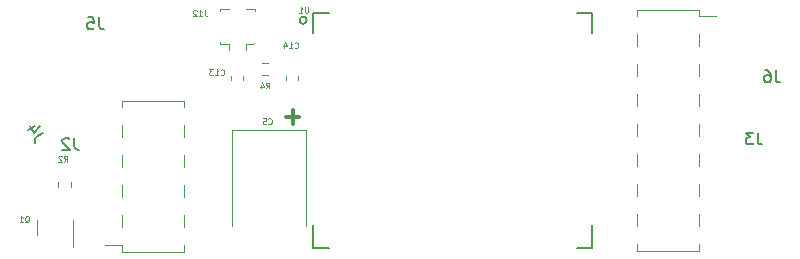
<source format=gbr>
%TF.GenerationSoftware,KiCad,Pcbnew,8.0.5*%
%TF.CreationDate,2025-03-27T16:47:35+00:00*%
%TF.ProjectId,BG95V4_4902-30029-07,42473935-5634-45f3-9439-30322d333030,rev?*%
%TF.SameCoordinates,Original*%
%TF.FileFunction,Legend,Bot*%
%TF.FilePolarity,Positive*%
%FSLAX46Y46*%
G04 Gerber Fmt 4.6, Leading zero omitted, Abs format (unit mm)*
G04 Created by KiCad (PCBNEW 8.0.5) date 2025-03-27 16:47:35*
%MOMM*%
%LPD*%
G01*
G04 APERTURE LIST*
%ADD10C,0.200000*%
%ADD11C,0.300000*%
%ADD12C,0.100000*%
%ADD13C,0.150000*%
%ADD14C,0.127000*%
%ADD15C,0.120000*%
G04 APERTURE END LIST*
D10*
X33253847Y20269200D02*
G75*
G02*
X32633753Y20269200I-310047J0D01*
G01*
X32633753Y20269200D02*
G75*
G02*
X33253847Y20269200I310047J0D01*
G01*
D11*
X31483371Y12059700D02*
X32626229Y12059700D01*
X32054800Y11488271D02*
X32054800Y12631128D01*
D12*
X33375552Y21406690D02*
X33375552Y21001928D01*
X33375552Y21001928D02*
X33351742Y20954309D01*
X33351742Y20954309D02*
X33327933Y20930500D01*
X33327933Y20930500D02*
X33280314Y20906690D01*
X33280314Y20906690D02*
X33185076Y20906690D01*
X33185076Y20906690D02*
X33137457Y20930500D01*
X33137457Y20930500D02*
X33113647Y20954309D01*
X33113647Y20954309D02*
X33089838Y21001928D01*
X33089838Y21001928D02*
X33089838Y21406690D01*
X32589837Y20906690D02*
X32875551Y20906690D01*
X32732694Y20906690D02*
X32732694Y21406690D01*
X32732694Y21406690D02*
X32780313Y21335261D01*
X32780313Y21335261D02*
X32827932Y21287642D01*
X32827932Y21287642D02*
X32875551Y21263833D01*
X29983333Y11521509D02*
X30007142Y11497700D01*
X30007142Y11497700D02*
X30078571Y11473890D01*
X30078571Y11473890D02*
X30126190Y11473890D01*
X30126190Y11473890D02*
X30197618Y11497700D01*
X30197618Y11497700D02*
X30245237Y11545319D01*
X30245237Y11545319D02*
X30269047Y11592938D01*
X30269047Y11592938D02*
X30292856Y11688176D01*
X30292856Y11688176D02*
X30292856Y11759604D01*
X30292856Y11759604D02*
X30269047Y11854842D01*
X30269047Y11854842D02*
X30245237Y11902461D01*
X30245237Y11902461D02*
X30197618Y11950080D01*
X30197618Y11950080D02*
X30126190Y11973890D01*
X30126190Y11973890D02*
X30078571Y11973890D01*
X30078571Y11973890D02*
X30007142Y11950080D01*
X30007142Y11950080D02*
X29983333Y11926271D01*
X29530952Y11973890D02*
X29769047Y11973890D01*
X29769047Y11973890D02*
X29792856Y11735795D01*
X29792856Y11735795D02*
X29769047Y11759604D01*
X29769047Y11759604D02*
X29721428Y11783414D01*
X29721428Y11783414D02*
X29602380Y11783414D01*
X29602380Y11783414D02*
X29554761Y11759604D01*
X29554761Y11759604D02*
X29530952Y11735795D01*
X29530952Y11735795D02*
X29507142Y11688176D01*
X29507142Y11688176D02*
X29507142Y11569128D01*
X29507142Y11569128D02*
X29530952Y11521509D01*
X29530952Y11521509D02*
X29554761Y11497700D01*
X29554761Y11497700D02*
X29602380Y11473890D01*
X29602380Y11473890D02*
X29721428Y11473890D01*
X29721428Y11473890D02*
X29769047Y11497700D01*
X29769047Y11497700D02*
X29792856Y11521509D01*
X24610961Y21127290D02*
X24610961Y20770147D01*
X24610961Y20770147D02*
X24634770Y20698719D01*
X24634770Y20698719D02*
X24682389Y20651100D01*
X24682389Y20651100D02*
X24753818Y20627290D01*
X24753818Y20627290D02*
X24801437Y20627290D01*
X24110961Y20627290D02*
X24396675Y20627290D01*
X24253818Y20627290D02*
X24253818Y21127290D01*
X24253818Y21127290D02*
X24301437Y21055861D01*
X24301437Y21055861D02*
X24349056Y21008242D01*
X24349056Y21008242D02*
X24396675Y20984433D01*
X23920485Y21079671D02*
X23896676Y21103480D01*
X23896676Y21103480D02*
X23849057Y21127290D01*
X23849057Y21127290D02*
X23730009Y21127290D01*
X23730009Y21127290D02*
X23682390Y21103480D01*
X23682390Y21103480D02*
X23658581Y21079671D01*
X23658581Y21079671D02*
X23634771Y21032052D01*
X23634771Y21032052D02*
X23634771Y20984433D01*
X23634771Y20984433D02*
X23658581Y20913004D01*
X23658581Y20913004D02*
X23944295Y20627290D01*
X23944295Y20627290D02*
X23634771Y20627290D01*
D13*
X71427933Y10755980D02*
X71427933Y10041695D01*
X71427933Y10041695D02*
X71475552Y9898838D01*
X71475552Y9898838D02*
X71570790Y9803600D01*
X71570790Y9803600D02*
X71713647Y9755980D01*
X71713647Y9755980D02*
X71808885Y9755980D01*
X71046980Y10755980D02*
X70427933Y10755980D01*
X70427933Y10755980D02*
X70761266Y10375028D01*
X70761266Y10375028D02*
X70618409Y10375028D01*
X70618409Y10375028D02*
X70523171Y10327409D01*
X70523171Y10327409D02*
X70475552Y10279790D01*
X70475552Y10279790D02*
X70427933Y10184552D01*
X70427933Y10184552D02*
X70427933Y9946457D01*
X70427933Y9946457D02*
X70475552Y9851219D01*
X70475552Y9851219D02*
X70523171Y9803600D01*
X70523171Y9803600D02*
X70618409Y9755980D01*
X70618409Y9755980D02*
X70904123Y9755980D01*
X70904123Y9755980D02*
X70999361Y9803600D01*
X70999361Y9803600D02*
X71046980Y9851219D01*
X15663333Y20505180D02*
X15663333Y19790895D01*
X15663333Y19790895D02*
X15710952Y19648038D01*
X15710952Y19648038D02*
X15806190Y19552800D01*
X15806190Y19552800D02*
X15949047Y19505180D01*
X15949047Y19505180D02*
X16044285Y19505180D01*
X14710952Y20505180D02*
X15187142Y20505180D01*
X15187142Y20505180D02*
X15234761Y20028990D01*
X15234761Y20028990D02*
X15187142Y20076609D01*
X15187142Y20076609D02*
X15091904Y20124228D01*
X15091904Y20124228D02*
X14853809Y20124228D01*
X14853809Y20124228D02*
X14758571Y20076609D01*
X14758571Y20076609D02*
X14710952Y20028990D01*
X14710952Y20028990D02*
X14663333Y19933752D01*
X14663333Y19933752D02*
X14663333Y19695657D01*
X14663333Y19695657D02*
X14710952Y19600419D01*
X14710952Y19600419D02*
X14758571Y19552800D01*
X14758571Y19552800D02*
X14853809Y19505180D01*
X14853809Y19505180D02*
X15091904Y19505180D01*
X15091904Y19505180D02*
X15187142Y19552800D01*
X15187142Y19552800D02*
X15234761Y19600419D01*
D12*
X29808333Y14493890D02*
X29974999Y14731985D01*
X30094047Y14493890D02*
X30094047Y14993890D01*
X30094047Y14993890D02*
X29903571Y14993890D01*
X29903571Y14993890D02*
X29855952Y14970080D01*
X29855952Y14970080D02*
X29832142Y14946271D01*
X29832142Y14946271D02*
X29808333Y14898652D01*
X29808333Y14898652D02*
X29808333Y14827223D01*
X29808333Y14827223D02*
X29832142Y14779604D01*
X29832142Y14779604D02*
X29855952Y14755795D01*
X29855952Y14755795D02*
X29903571Y14731985D01*
X29903571Y14731985D02*
X30094047Y14731985D01*
X29379761Y14827223D02*
X29379761Y14493890D01*
X29498809Y15017700D02*
X29617856Y14660557D01*
X29617856Y14660557D02*
X29308333Y14660557D01*
D13*
X13566733Y10298780D02*
X13566733Y9584495D01*
X13566733Y9584495D02*
X13614352Y9441638D01*
X13614352Y9441638D02*
X13709590Y9346400D01*
X13709590Y9346400D02*
X13852447Y9298780D01*
X13852447Y9298780D02*
X13947685Y9298780D01*
X13138161Y10203542D02*
X13090542Y10251161D01*
X13090542Y10251161D02*
X12995304Y10298780D01*
X12995304Y10298780D02*
X12757209Y10298780D01*
X12757209Y10298780D02*
X12661971Y10251161D01*
X12661971Y10251161D02*
X12614352Y10203542D01*
X12614352Y10203542D02*
X12566733Y10108304D01*
X12566733Y10108304D02*
X12566733Y10013066D01*
X12566733Y10013066D02*
X12614352Y9870209D01*
X12614352Y9870209D02*
X13185780Y9298780D01*
X13185780Y9298780D02*
X12566733Y9298780D01*
D12*
X9394819Y3155271D02*
X9442438Y3179080D01*
X9442438Y3179080D02*
X9490057Y3226700D01*
X9490057Y3226700D02*
X9561485Y3298128D01*
X9561485Y3298128D02*
X9609104Y3321938D01*
X9609104Y3321938D02*
X9656723Y3321938D01*
X9632914Y3202890D02*
X9680533Y3226700D01*
X9680533Y3226700D02*
X9728152Y3274319D01*
X9728152Y3274319D02*
X9751961Y3369557D01*
X9751961Y3369557D02*
X9751961Y3536223D01*
X9751961Y3536223D02*
X9728152Y3631461D01*
X9728152Y3631461D02*
X9680533Y3679080D01*
X9680533Y3679080D02*
X9632914Y3702890D01*
X9632914Y3702890D02*
X9537676Y3702890D01*
X9537676Y3702890D02*
X9490057Y3679080D01*
X9490057Y3679080D02*
X9442438Y3631461D01*
X9442438Y3631461D02*
X9418628Y3536223D01*
X9418628Y3536223D02*
X9418628Y3369557D01*
X9418628Y3369557D02*
X9442438Y3274319D01*
X9442438Y3274319D02*
X9490057Y3226700D01*
X9490057Y3226700D02*
X9537676Y3202890D01*
X9537676Y3202890D02*
X9632914Y3202890D01*
X8942437Y3202890D02*
X9228151Y3202890D01*
X9085294Y3202890D02*
X9085294Y3702890D01*
X9085294Y3702890D02*
X9132913Y3631461D01*
X9132913Y3631461D02*
X9180532Y3583842D01*
X9180532Y3583842D02*
X9228151Y3560033D01*
X25950028Y15671109D02*
X25973837Y15647300D01*
X25973837Y15647300D02*
X26045266Y15623490D01*
X26045266Y15623490D02*
X26092885Y15623490D01*
X26092885Y15623490D02*
X26164313Y15647300D01*
X26164313Y15647300D02*
X26211932Y15694919D01*
X26211932Y15694919D02*
X26235742Y15742538D01*
X26235742Y15742538D02*
X26259551Y15837776D01*
X26259551Y15837776D02*
X26259551Y15909204D01*
X26259551Y15909204D02*
X26235742Y16004442D01*
X26235742Y16004442D02*
X26211932Y16052061D01*
X26211932Y16052061D02*
X26164313Y16099680D01*
X26164313Y16099680D02*
X26092885Y16123490D01*
X26092885Y16123490D02*
X26045266Y16123490D01*
X26045266Y16123490D02*
X25973837Y16099680D01*
X25973837Y16099680D02*
X25950028Y16075871D01*
X25473837Y15623490D02*
X25759551Y15623490D01*
X25616694Y15623490D02*
X25616694Y16123490D01*
X25616694Y16123490D02*
X25664313Y16052061D01*
X25664313Y16052061D02*
X25711932Y16004442D01*
X25711932Y16004442D02*
X25759551Y15980633D01*
X25307171Y16123490D02*
X24997647Y16123490D01*
X24997647Y16123490D02*
X25164314Y15933014D01*
X25164314Y15933014D02*
X25092885Y15933014D01*
X25092885Y15933014D02*
X25045266Y15909204D01*
X25045266Y15909204D02*
X25021457Y15885395D01*
X25021457Y15885395D02*
X24997647Y15837776D01*
X24997647Y15837776D02*
X24997647Y15718728D01*
X24997647Y15718728D02*
X25021457Y15671109D01*
X25021457Y15671109D02*
X25045266Y15647300D01*
X25045266Y15647300D02*
X25092885Y15623490D01*
X25092885Y15623490D02*
X25235742Y15623490D01*
X25235742Y15623490D02*
X25283361Y15647300D01*
X25283361Y15647300D02*
X25307171Y15671109D01*
D13*
X72960066Y16022250D02*
X72960066Y15307965D01*
X72960066Y15307965D02*
X73007685Y15165108D01*
X73007685Y15165108D02*
X73102923Y15069870D01*
X73102923Y15069870D02*
X73245780Y15022250D01*
X73245780Y15022250D02*
X73341018Y15022250D01*
X72055304Y16022250D02*
X72245780Y16022250D01*
X72245780Y16022250D02*
X72341018Y15974631D01*
X72341018Y15974631D02*
X72388637Y15927012D01*
X72388637Y15927012D02*
X72483875Y15784155D01*
X72483875Y15784155D02*
X72531494Y15593679D01*
X72531494Y15593679D02*
X72531494Y15212727D01*
X72531494Y15212727D02*
X72483875Y15117489D01*
X72483875Y15117489D02*
X72436256Y15069870D01*
X72436256Y15069870D02*
X72341018Y15022250D01*
X72341018Y15022250D02*
X72150542Y15022250D01*
X72150542Y15022250D02*
X72055304Y15069870D01*
X72055304Y15069870D02*
X72007685Y15117489D01*
X72007685Y15117489D02*
X71960066Y15212727D01*
X71960066Y15212727D02*
X71960066Y15450822D01*
X71960066Y15450822D02*
X72007685Y15546060D01*
X72007685Y15546060D02*
X72055304Y15593679D01*
X72055304Y15593679D02*
X72150542Y15641298D01*
X72150542Y15641298D02*
X72341018Y15641298D01*
X72341018Y15641298D02*
X72436256Y15593679D01*
X72436256Y15593679D02*
X72483875Y15546060D01*
X72483875Y15546060D02*
X72531494Y15450822D01*
X10958806Y10723915D02*
X10340216Y10366772D01*
X10340216Y10366772D02*
X10240308Y10254104D01*
X10240308Y10254104D02*
X10205448Y10124006D01*
X10205448Y10124006D02*
X10235638Y9976479D01*
X10235638Y9976479D02*
X10283257Y9894000D01*
X10217750Y11340795D02*
X9640399Y11007462D01*
X10666712Y11325075D02*
X10167170Y10761735D01*
X10167170Y10761735D02*
X9857646Y11297846D01*
D12*
X12707133Y8308290D02*
X12873799Y8546385D01*
X12992847Y8308290D02*
X12992847Y8808290D01*
X12992847Y8808290D02*
X12802371Y8808290D01*
X12802371Y8808290D02*
X12754752Y8784480D01*
X12754752Y8784480D02*
X12730942Y8760671D01*
X12730942Y8760671D02*
X12707133Y8713052D01*
X12707133Y8713052D02*
X12707133Y8641623D01*
X12707133Y8641623D02*
X12730942Y8594004D01*
X12730942Y8594004D02*
X12754752Y8570195D01*
X12754752Y8570195D02*
X12802371Y8546385D01*
X12802371Y8546385D02*
X12992847Y8546385D01*
X12516656Y8760671D02*
X12492847Y8784480D01*
X12492847Y8784480D02*
X12445228Y8808290D01*
X12445228Y8808290D02*
X12326180Y8808290D01*
X12326180Y8808290D02*
X12278561Y8784480D01*
X12278561Y8784480D02*
X12254752Y8760671D01*
X12254752Y8760671D02*
X12230942Y8713052D01*
X12230942Y8713052D02*
X12230942Y8665433D01*
X12230942Y8665433D02*
X12254752Y8594004D01*
X12254752Y8594004D02*
X12540466Y8308290D01*
X12540466Y8308290D02*
X12230942Y8308290D01*
X32223828Y17957109D02*
X32247637Y17933300D01*
X32247637Y17933300D02*
X32319066Y17909490D01*
X32319066Y17909490D02*
X32366685Y17909490D01*
X32366685Y17909490D02*
X32438113Y17933300D01*
X32438113Y17933300D02*
X32485732Y17980919D01*
X32485732Y17980919D02*
X32509542Y18028538D01*
X32509542Y18028538D02*
X32533351Y18123776D01*
X32533351Y18123776D02*
X32533351Y18195204D01*
X32533351Y18195204D02*
X32509542Y18290442D01*
X32509542Y18290442D02*
X32485732Y18338061D01*
X32485732Y18338061D02*
X32438113Y18385680D01*
X32438113Y18385680D02*
X32366685Y18409490D01*
X32366685Y18409490D02*
X32319066Y18409490D01*
X32319066Y18409490D02*
X32247637Y18385680D01*
X32247637Y18385680D02*
X32223828Y18361871D01*
X31747637Y17909490D02*
X32033351Y17909490D01*
X31890494Y17909490D02*
X31890494Y18409490D01*
X31890494Y18409490D02*
X31938113Y18338061D01*
X31938113Y18338061D02*
X31985732Y18290442D01*
X31985732Y18290442D02*
X32033351Y18266633D01*
X31319066Y18242823D02*
X31319066Y17909490D01*
X31438114Y18433300D02*
X31557161Y18076157D01*
X31557161Y18076157D02*
X31247638Y18076157D01*
D14*
%TO.C,U1*%
X33800000Y20850000D02*
X35100000Y20850000D01*
X33800000Y19150000D02*
X33800000Y20850000D01*
X33800000Y2900000D02*
X33800000Y950000D01*
X33800000Y950000D02*
X35100000Y950000D01*
X56100000Y20850000D02*
X57400000Y20850000D01*
X56100000Y950000D02*
X57400000Y950000D01*
X57400000Y20850000D02*
X57400000Y19150000D01*
X57400000Y950000D02*
X57400000Y2900000D01*
D15*
%TO.C,C5*%
X26900000Y11015000D02*
X33220000Y11015000D01*
X26900000Y2830000D02*
X26900000Y11015000D01*
X33220000Y11015000D02*
X33220000Y2830000D01*
%TO.C,J12*%
X25881200Y21235800D02*
X25881200Y21035800D01*
X25881200Y18435800D02*
X25881200Y18235800D01*
X25881200Y18235800D02*
X26681200Y18235800D01*
X26681200Y21235800D02*
X25881200Y21235800D01*
X26681200Y18235800D02*
X26681200Y17735800D01*
X28081200Y18235800D02*
X28081200Y17735800D01*
X28081200Y18235800D02*
X28681200Y18235800D01*
X28681200Y18235800D02*
X28881200Y18435800D01*
X28881200Y21235800D02*
X28081200Y21235800D01*
X28881200Y21035800D02*
X28881200Y21235800D01*
%TO.C,J3*%
X61225000Y21170000D02*
X61225000Y20600000D01*
X61225000Y19080000D02*
X61225000Y18060000D01*
X61225000Y16540000D02*
X61225000Y15520000D01*
X61225000Y14000000D02*
X61225000Y12980000D01*
X61225000Y11460000D02*
X61225000Y10440000D01*
X61225000Y8920000D02*
X61225000Y7900000D01*
X61225000Y6380000D02*
X61225000Y5360000D01*
X61225000Y3840000D02*
X61225000Y2820000D01*
X61225000Y1300000D02*
X61225000Y730000D01*
X66425000Y21170000D02*
X61225000Y21170000D01*
X66425000Y21170000D02*
X66425000Y20600000D01*
X66425000Y19080000D02*
X66425000Y18060000D01*
X66425000Y16540000D02*
X66425000Y15520000D01*
X66425000Y14000000D02*
X66425000Y12980000D01*
X66425000Y11460000D02*
X66425000Y10440000D01*
X66425000Y8920000D02*
X66425000Y7900000D01*
X66425000Y6380000D02*
X66425000Y5360000D01*
X66425000Y3840000D02*
X66425000Y2820000D01*
X66425000Y1300000D02*
X66425000Y730000D01*
X66425000Y730000D02*
X61225000Y730000D01*
X67865000Y20600000D02*
X66425000Y20600000D01*
%TO.C,R4*%
X29487742Y16672500D02*
X29962258Y16672500D01*
X29487742Y15627500D02*
X29962258Y15627500D01*
%TO.C,J2*%
X16185000Y1210000D02*
X17625000Y1210000D01*
X17625000Y13460000D02*
X22825000Y13460000D01*
X17625000Y12890000D02*
X17625000Y13460000D01*
X17625000Y10350000D02*
X17625000Y11370000D01*
X17625000Y7810000D02*
X17625000Y8830000D01*
X17625000Y5270000D02*
X17625000Y6290000D01*
X17625000Y2730000D02*
X17625000Y3750000D01*
X17625000Y640000D02*
X17625000Y1210000D01*
X17625000Y640000D02*
X22825000Y640000D01*
X22825000Y12890000D02*
X22825000Y13460000D01*
X22825000Y10350000D02*
X22825000Y11370000D01*
X22825000Y7810000D02*
X22825000Y8830000D01*
X22825000Y5270000D02*
X22825000Y6290000D01*
X22825000Y2730000D02*
X22825000Y3750000D01*
X22825000Y640000D02*
X22825000Y1210000D01*
%TO.C,Q1*%
X10378000Y2743200D02*
X10378000Y3393200D01*
X10378000Y2743200D02*
X10378000Y2093200D01*
X13498000Y2743200D02*
X13498000Y3393200D01*
X13498000Y2743200D02*
X13498000Y1068200D01*
%TO.C,C13*%
X26865000Y15515580D02*
X26865000Y15234420D01*
X27885000Y15515580D02*
X27885000Y15234420D01*
%TO.C,R2*%
X12202900Y6587258D02*
X12202900Y6112742D01*
X13247900Y6587258D02*
X13247900Y6112742D01*
%TO.C,C14*%
X31490000Y15515580D02*
X31490000Y15234420D01*
X32510000Y15515580D02*
X32510000Y15234420D01*
%TD*%
M02*

</source>
